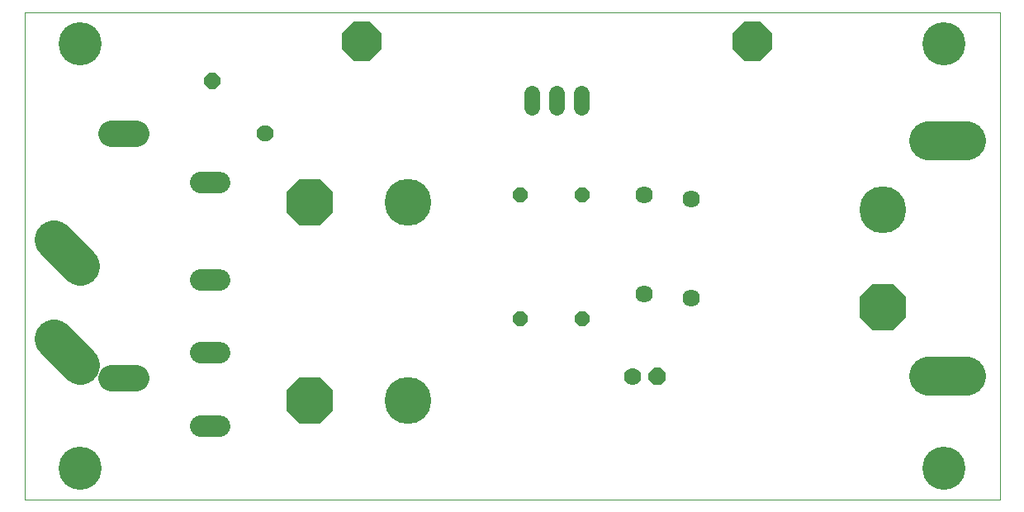
<source format=gbs>
G75*
%MOIN*%
%OFA0B0*%
%FSLAX25Y25*%
%IPPOS*%
%LPD*%
%AMOC8*
5,1,8,0,0,1.08239X$1,22.5*
%
%ADD10C,0.08610*%
%ADD11C,0.10800*%
%ADD12OC8,0.05975*%
%ADD13C,0.01296*%
%ADD14OC8,0.15824*%
%ADD15C,0.00000*%
%ADD16C,0.17398*%
%ADD17C,0.15824*%
%ADD18C,0.07048*%
%ADD19C,0.18900*%
%ADD20OC8,0.18900*%
%ADD21C,0.06480*%
%ADD22OC8,0.07000*%
%ADD23C,0.07000*%
D10*
X0076132Y0037864D02*
X0083942Y0037864D01*
X0083942Y0067392D02*
X0076132Y0067392D01*
X0076132Y0096919D02*
X0083942Y0096919D01*
X0083942Y0136289D02*
X0076132Y0136289D01*
D11*
X0050037Y0155865D02*
X0040037Y0155865D01*
X0040037Y0057265D02*
X0050037Y0057265D01*
D12*
X0205037Y0081329D03*
X0230037Y0081329D03*
X0230037Y0131329D03*
X0205037Y0131329D03*
D13*
X0102534Y0154126D02*
X0103182Y0153478D01*
X0101034Y0153478D01*
X0099517Y0154995D01*
X0099517Y0157143D01*
X0101034Y0158660D01*
X0103182Y0158660D01*
X0104699Y0157143D01*
X0104699Y0154995D01*
X0103182Y0153478D01*
X0102779Y0154450D01*
X0101437Y0154450D01*
X0100489Y0155398D01*
X0100489Y0156740D01*
X0101437Y0157688D01*
X0102779Y0157688D01*
X0103727Y0156740D01*
X0103727Y0155398D01*
X0102779Y0154450D01*
X0102376Y0155422D01*
X0101840Y0155422D01*
X0101461Y0155801D01*
X0101461Y0156337D01*
X0101840Y0156716D01*
X0102376Y0156716D01*
X0102755Y0156337D01*
X0102755Y0155801D01*
X0102376Y0155422D01*
X0081320Y0175339D02*
X0081968Y0174691D01*
X0079820Y0174691D01*
X0078303Y0176208D01*
X0078303Y0178356D01*
X0079820Y0179873D01*
X0081968Y0179873D01*
X0083485Y0178356D01*
X0083485Y0176208D01*
X0081968Y0174691D01*
X0081565Y0175663D01*
X0080223Y0175663D01*
X0079275Y0176611D01*
X0079275Y0177953D01*
X0080223Y0178901D01*
X0081565Y0178901D01*
X0082513Y0177953D01*
X0082513Y0176611D01*
X0081565Y0175663D01*
X0081162Y0176635D01*
X0080626Y0176635D01*
X0080247Y0177014D01*
X0080247Y0177550D01*
X0080626Y0177929D01*
X0081162Y0177929D01*
X0081541Y0177550D01*
X0081541Y0177014D01*
X0081162Y0176635D01*
D14*
X0141296Y0193140D03*
X0298777Y0193140D03*
D15*
X0005037Y0204990D02*
X0005037Y0008140D01*
X0398737Y0008140D01*
X0398737Y0204990D01*
X0005037Y0204990D01*
D16*
X0027674Y0192195D03*
X0027674Y0020935D03*
X0376100Y0020935D03*
X0376100Y0192195D03*
D17*
X0370013Y0153140D02*
X0385037Y0153140D01*
X0385037Y0058140D02*
X0370013Y0058140D01*
X0027471Y0062516D02*
X0016848Y0073140D01*
X0027471Y0102516D02*
X0016848Y0113140D01*
D18*
X0255037Y0131053D03*
X0274328Y0129715D03*
X0274328Y0089715D03*
X0255037Y0091053D03*
D19*
X0159722Y0128140D03*
X0159722Y0048140D03*
X0351611Y0125187D03*
D20*
X0351611Y0085817D03*
X0120351Y0048140D03*
X0120351Y0128140D03*
D21*
X0209997Y0166560D02*
X0209997Y0172240D01*
X0219997Y0172240D02*
X0219997Y0166560D01*
X0229997Y0166560D02*
X0229997Y0172240D01*
D22*
X0260430Y0057746D03*
D23*
X0250430Y0057746D03*
M02*

</source>
